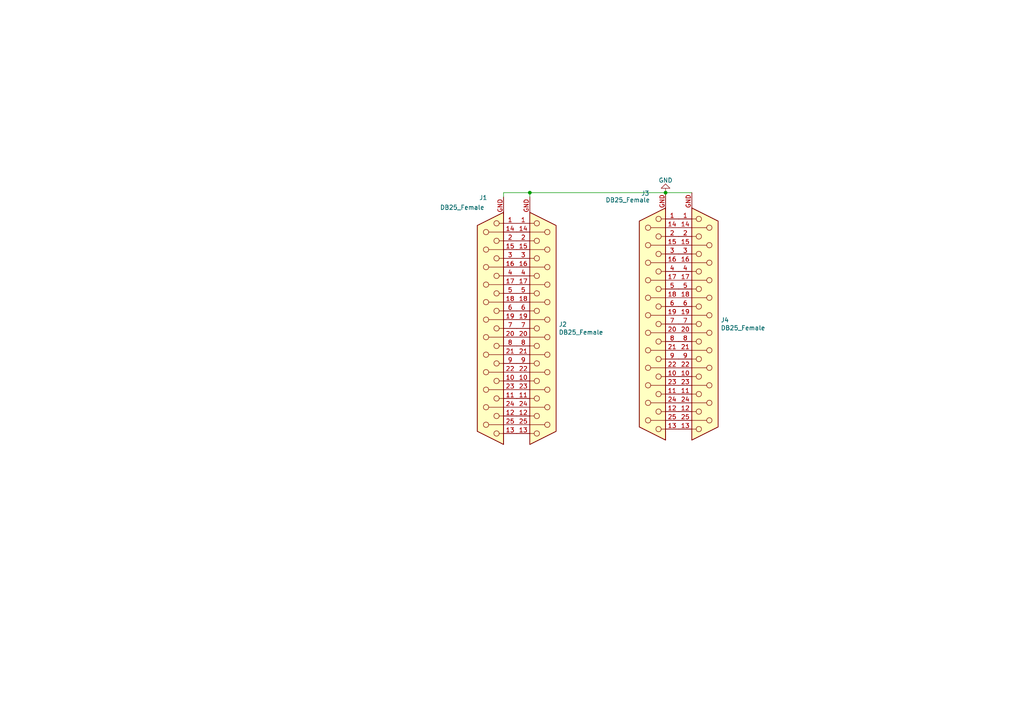
<source format=kicad_sch>
(kicad_sch (version 20211123) (generator eeschema)
  (paper "A4")
  (lib_symbols
    (symbol "Connector:DB25_Female" (pin_names (offset 1.016) hide)
      (property "Reference" "J4" (at 4.572 1.1684 0))
      (property "Value" "DB25_Female" (at 4.572 -1.143 0))
      (symbol "DB25_Female_0_1"
        (circle (center -1.778 -30.48) (radius 0.762))
        (circle (center -1.778 -25.4) (radius 0.762))
        (circle (center -1.778 -20.32) (radius 0.762))
        (circle (center -1.778 -15.24) (radius 0.762))
        (circle (center -1.778 -10.16) (radius 0.762))
        (circle (center -1.778 -5.08) (radius 0.762))
        (circle (center -1.778 0) (radius 0.762))
        (circle (center -1.778 5.08) (radius 0.762))
        (circle (center -1.778 10.16) (radius 0.762))
        (circle (center -1.778 15.24) (radius 0.762))
        (circle (center -1.778 20.32) (radius 0.762))
        (circle (center -1.778 25.4) (radius 0.762))
        (circle (center -1.778 30.48) (radius 0.762))
        (polyline (pts (xy -3.81 -30.48) (xy -2.54 -30.48)))
        (polyline (pts (xy -3.81 -27.94) (xy 0.508 -27.94)))
        (polyline (pts (xy -3.81 -25.4) (xy -2.54 -25.4)))
        (polyline (pts (xy -3.81 -22.86) (xy 0.508 -22.86)))
        (polyline (pts (xy -3.81 -20.32) (xy -2.54 -20.32)))
        (polyline (pts (xy -3.81 -17.78) (xy 0.508 -17.78)))
        (polyline (pts (xy -3.81 -15.24) (xy -2.54 -15.24)))
        (polyline (pts (xy -3.81 -12.7) (xy 0.508 -12.7)))
        (polyline (pts (xy -3.81 -10.16) (xy -2.54 -10.16)))
        (polyline (pts (xy -3.81 -7.62) (xy 0.508 -7.62)))
        (polyline (pts (xy -3.81 -5.08) (xy -2.54 -5.08)))
        (polyline (pts (xy -3.81 -2.54) (xy 0.508 -2.54)))
        (polyline (pts (xy -3.81 0) (xy -2.54 0)))
        (polyline (pts (xy -3.81 2.54) (xy 0.508 2.54)))
        (polyline (pts (xy -3.81 5.08) (xy -2.54 5.08)))
        (polyline (pts (xy -3.81 7.62) (xy 0.508 7.62)))
        (polyline (pts (xy -3.81 10.16) (xy -2.54 10.16)))
        (polyline (pts (xy -3.81 12.7) (xy 0.508 12.7)))
        (polyline (pts (xy -3.81 15.24) (xy -2.54 15.24)))
        (polyline (pts (xy -3.81 17.78) (xy 0.508 17.78)))
        (polyline (pts (xy -3.81 20.32) (xy -2.54 20.32)))
        (polyline (pts (xy -3.81 22.86) (xy 0.508 22.86)))
        (polyline (pts (xy -3.81 25.4) (xy -2.54 25.4)))
        (polyline (pts (xy -3.81 27.94) (xy 0.508 27.94)))
        (polyline (pts (xy -3.81 30.48) (xy -2.54 30.48)))
        (polyline (pts (xy -3.81 33.655) (xy 3.81 29.845) (xy 3.81 -29.845) (xy -3.81 -33.655) (xy -3.81 33.655)) (stroke (width 0.254)) (fill (type background)))
        (circle (center 1.27 -27.94) (radius 0.762))
        (circle (center 1.27 -22.86) (radius 0.762))
        (circle (center 1.27 -17.78) (radius 0.762))
        (circle (center 1.27 -12.7) (radius 0.762))
        (circle (center 1.27 -7.62) (radius 0.762))
        (circle (center 1.27 -2.54) (radius 0.762))
        (circle (center 1.27 2.54) (radius 0.762))
        (circle (center 1.27 7.62) (radius 0.762))
        (circle (center 1.27 12.7) (radius 0.762))
        (circle (center 1.27 17.78) (radius 0.762))
        (circle (center 1.27 22.86) (radius 0.762))
        (circle (center 1.27 27.94) (radius 0.762))
      )
      (symbol "DB25_Female_1_1"
        (pin passive line (at -7.62 30.48 0) (length 3.81) (name "1") (number "1"))
        (pin passive line (at -7.62 -15.24 0) (length 3.81) (name "10") (number "10"))
        (pin passive line (at -7.62 -20.32 0) (length 3.81) (name "11") (number "11"))
        (pin passive line (at -7.62 -25.4 0) (length 3.81) (name "12") (number "12"))
        (pin passive line (at -7.62 -30.48 0) (length 3.81) (name "13") (number "13"))
        (pin passive line (at -7.62 27.94 0) (length 3.81) (name "P14") (number "14"))
        (pin passive line (at -7.62 22.86 0) (length 3.81) (name "P15") (number "15"))
        (pin passive line (at -7.62 17.78 0) (length 3.81) (name "P16") (number "16"))
        (pin passive line (at -7.62 12.7 0) (length 3.81) (name "P17") (number "17"))
        (pin passive line (at -7.62 7.62 0) (length 3.81) (name "P18") (number "18"))
        (pin passive line (at -7.62 2.54 0) (length 3.81) (name "P19") (number "19"))
        (pin passive line (at -7.62 25.4 0) (length 3.81) (name "2") (number "2"))
        (pin passive line (at -7.62 -2.54 0) (length 3.81) (name "P20") (number "20"))
        (pin passive line (at -7.62 -7.62 0) (length 3.81) (name "P21") (number "21"))
        (pin passive line (at -7.62 -12.7 0) (length 3.81) (name "P22") (number "22"))
        (pin passive line (at -7.62 -17.78 0) (length 3.81) (name "P23") (number "23"))
        (pin passive line (at -7.62 -22.86 0) (length 3.81) (name "P24") (number "24"))
        (pin passive line (at -7.62 -27.94 0) (length 3.81) (name "P25") (number "25"))
        (pin passive line (at -7.62 20.32 0) (length 3.81) (name "3") (number "3"))
        (pin passive line (at -7.62 15.24 0) (length 3.81) (name "4") (number "4"))
        (pin passive line (at -7.62 10.16 0) (length 3.81) (name "5") (number "5"))
        (pin passive line (at -7.62 5.08 0) (length 3.81) (name "6") (number "6"))
        (pin passive line (at -7.62 0 0) (length 3.81) (name "7") (number "7"))
        (pin passive line (at -7.62 -5.08 0) (length 3.81) (name "8") (number "8"))
        (pin passive line (at -7.62 -10.16 0) (length 3.81) (name "9") (number "9"))
        (pin input line (at -3.81 38.1 270) (length 5) (name "GND") (number "GND"))
      )
    )
    (symbol "DB25_Female_1" (pin_names (offset 1.016) hide)
      (property "Reference" "J2" (at 4.572 1.1684 0))
      (property "Value" "DB25_Female" (at 4.572 -1.143 0))
      (symbol "DB25_Female_1_0_1"
        (circle (center -1.778 -30.48) (radius 0.762))
        (circle (center -1.778 -25.4) (radius 0.762))
        (circle (center -1.778 -20.32) (radius 0.762))
        (circle (center -1.778 -15.24) (radius 0.762))
        (circle (center -1.778 -10.16) (radius 0.762))
        (circle (center -1.778 -5.08) (radius 0.762))
        (circle (center -1.778 0) (radius 0.762))
        (circle (center -1.778 5.08) (radius 0.762))
        (circle (center -1.778 10.16) (radius 0.762))
        (circle (center -1.778 15.24) (radius 0.762))
        (circle (center -1.778 20.32) (radius 0.762))
        (circle (center -1.778 25.4) (radius 0.762))
        (circle (center -1.778 30.48) (radius 0.762))
        (polyline (pts (xy -3.81 -30.48) (xy -2.54 -30.48)))
        (polyline (pts (xy -3.81 -27.94) (xy 0.508 -27.94)))
        (polyline (pts (xy -3.81 -25.4) (xy -2.54 -25.4)))
        (polyline (pts (xy -3.81 -22.86) (xy 0.508 -22.86)))
        (polyline (pts (xy -3.81 -20.32) (xy -2.54 -20.32)))
        (polyline (pts (xy -3.81 -17.78) (xy 0.508 -17.78)))
        (polyline (pts (xy -3.81 -15.24) (xy -2.54 -15.24)))
        (polyline (pts (xy -3.81 -12.7) (xy 0.508 -12.7)))
        (polyline (pts (xy -3.81 -10.16) (xy -2.54 -10.16)))
        (polyline (pts (xy -3.81 -7.62) (xy 0.508 -7.62)))
        (polyline (pts (xy -3.81 -5.08) (xy -2.54 -5.08)))
        (polyline (pts (xy -3.81 -2.54) (xy 0.508 -2.54)))
        (polyline (pts (xy -3.81 0) (xy -2.54 0)))
        (polyline (pts (xy -3.81 2.54) (xy 0.508 2.54)))
        (polyline (pts (xy -3.81 5.08) (xy -2.54 5.08)))
        (polyline (pts (xy -3.81 7.62) (xy 0.508 7.62)))
        (polyline (pts (xy -3.81 10.16) (xy -2.54 10.16)))
        (polyline (pts (xy -3.81 12.7) (xy 0.508 12.7)))
        (polyline (pts (xy -3.81 15.24) (xy -2.54 15.24)))
        (polyline (pts (xy -3.81 17.78) (xy 0.508 17.78)))
        (polyline (pts (xy -3.81 20.32) (xy -2.54 20.32)))
        (polyline (pts (xy -3.81 22.86) (xy 0.508 22.86)))
        (polyline (pts (xy -3.81 25.4) (xy -2.54 25.4)))
        (polyline (pts (xy -3.81 27.94) (xy 0.508 27.94)))
        (polyline (pts (xy -3.81 30.48) (xy -2.54 30.48)))
        (polyline (pts (xy -3.81 33.655) (xy 3.81 29.845) (xy 3.81 -29.845) (xy -3.81 -33.655) (xy -3.81 33.655)) (stroke (width 0.254)) (fill (type background)))
        (circle (center 1.27 -27.94) (radius 0.762))
        (circle (center 1.27 -22.86) (radius 0.762))
        (circle (center 1.27 -17.78) (radius 0.762))
        (circle (center 1.27 -12.7) (radius 0.762))
        (circle (center 1.27 -7.62) (radius 0.762))
        (circle (center 1.27 -2.54) (radius 0.762))
        (circle (center 1.27 2.54) (radius 0.762))
        (circle (center 1.27 7.62) (radius 0.762))
        (circle (center 1.27 12.7) (radius 0.762))
        (circle (center 1.27 17.78) (radius 0.762))
        (circle (center 1.27 22.86) (radius 0.762))
        (circle (center 1.27 27.94) (radius 0.762))
      )
      (symbol "DB25_Female_1_1_1"
        (pin passive line (at -7.62 30.48 0) (length 3.81) (name "1") (number "1"))
        (pin passive line (at -7.62 -15.24 0) (length 3.81) (name "10") (number "10"))
        (pin passive line (at -7.62 -20.32 0) (length 3.81) (name "11") (number "11"))
        (pin passive line (at -7.62 -25.4 0) (length 3.81) (name "12") (number "12"))
        (pin passive line (at -7.62 -30.48 0) (length 3.81) (name "13") (number "13"))
        (pin passive line (at -7.62 27.94 0) (length 3.81) (name "P14") (number "14"))
        (pin passive line (at -7.62 22.86 0) (length 3.81) (name "P15") (number "15"))
        (pin passive line (at -7.62 17.78 0) (length 3.81) (name "P16") (number "16"))
        (pin passive line (at -7.62 12.7 0) (length 3.81) (name "P17") (number "17"))
        (pin passive line (at -7.62 7.62 0) (length 3.81) (name "P18") (number "18"))
        (pin passive line (at -7.62 2.54 0) (length 3.81) (name "P19") (number "19"))
        (pin passive line (at -7.62 25.4 0) (length 3.81) (name "2") (number "2"))
        (pin passive line (at -7.62 -2.54 0) (length 3.81) (name "P20") (number "20"))
        (pin passive line (at -7.62 -7.62 0) (length 3.81) (name "P21") (number "21"))
        (pin passive line (at -7.62 -12.7 0) (length 3.81) (name "P22") (number "22"))
        (pin passive line (at -7.62 -17.78 0) (length 3.81) (name "P23") (number "23"))
        (pin passive line (at -7.62 -22.86 0) (length 3.81) (name "P24") (number "24"))
        (pin passive line (at -7.62 -27.94 0) (length 3.81) (name "P25") (number "25"))
        (pin passive line (at -7.62 20.32 0) (length 3.81) (name "3") (number "3"))
        (pin passive line (at -7.62 15.24 0) (length 3.81) (name "4") (number "4"))
        (pin passive line (at -7.62 10.16 0) (length 3.81) (name "5") (number "5"))
        (pin passive line (at -7.62 5.08 0) (length 3.81) (name "6") (number "6"))
        (pin passive line (at -7.62 0 0) (length 3.81) (name "7") (number "7"))
        (pin passive line (at -7.62 -5.08 0) (length 3.81) (name "8") (number "8"))
        (pin passive line (at -7.62 -10.16 0) (length 3.81) (name "9") (number "9"))
        (pin input line (at -3.81 38.1 270) (length 5) (name "GND") (number "GND"))
      )
    )
    (symbol "DB25_Female_2" (pin_names (offset 1.016) hide)
      (property "Reference" "J1" (at 2.0828 37.8968 0))
      (property "Value" "DB25_Female_2" (at 2.0828 35.5854 0))
      (symbol "DB25_Female_2_0_1"
        (circle (center -1.778 -30.48) (radius 0.762))
        (circle (center -1.778 -25.4) (radius 0.762))
        (circle (center -1.778 -20.32) (radius 0.762))
        (circle (center -1.778 -15.24) (radius 0.762))
        (circle (center -1.778 -10.16) (radius 0.762))
        (circle (center -1.778 -5.08) (radius 0.762))
        (circle (center -1.778 0) (radius 0.762))
        (circle (center -1.778 5.08) (radius 0.762))
        (circle (center -1.778 10.16) (radius 0.762))
        (circle (center -1.778 15.24) (radius 0.762))
        (circle (center -1.778 20.32) (radius 0.762))
        (circle (center -1.778 25.4) (radius 0.762))
        (circle (center -1.778 30.48) (radius 0.762))
        (polyline (pts (xy -3.81 -30.48) (xy -2.54 -30.48)))
        (polyline (pts (xy -3.81 -27.94) (xy 0.508 -27.94)))
        (polyline (pts (xy -3.81 -25.4) (xy -2.54 -25.4)))
        (polyline (pts (xy -3.81 -22.86) (xy 0.508 -22.86)))
        (polyline (pts (xy -3.81 -20.32) (xy -2.54 -20.32)))
        (polyline (pts (xy -3.81 -17.78) (xy 0.508 -17.78)))
        (polyline (pts (xy -3.81 -15.24) (xy -2.54 -15.24)))
        (polyline (pts (xy -3.81 -12.7) (xy 0.508 -12.7)))
        (polyline (pts (xy -3.81 -10.16) (xy -2.54 -10.16)))
        (polyline (pts (xy -3.81 -7.62) (xy 0.508 -7.62)))
        (polyline (pts (xy -3.81 -5.08) (xy -2.54 -5.08)))
        (polyline (pts (xy -3.81 -2.54) (xy 0.508 -2.54)))
        (polyline (pts (xy -3.81 0) (xy -2.54 0)))
        (polyline (pts (xy -3.81 2.54) (xy 0.508 2.54)))
        (polyline (pts (xy -3.81 5.08) (xy -2.54 5.08)))
        (polyline (pts (xy -3.81 7.62) (xy 0.508 7.62)))
        (polyline (pts (xy -3.81 10.16) (xy -2.54 10.16)))
        (polyline (pts (xy -3.81 12.7) (xy 0.508 12.7)))
        (polyline (pts (xy -3.81 15.24) (xy -2.54 15.24)))
        (polyline (pts (xy -3.81 17.78) (xy 0.508 17.78)))
        (polyline (pts (xy -3.81 20.32) (xy -2.54 20.32)))
        (polyline (pts (xy -3.81 22.86) (xy 0.508 22.86)))
        (polyline (pts (xy -3.81 25.4) (xy -2.54 25.4)))
        (polyline (pts (xy -3.81 27.94) (xy 0.508 27.94)))
        (polyline (pts (xy -3.81 30.48) (xy -2.54 30.48)))
        (polyline (pts (xy -3.81 33.655) (xy 3.81 29.845) (xy 3.81 -29.845) (xy -3.81 -33.655) (xy -3.81 33.655)) (stroke (width 0.254)) (fill (type background)))
        (circle (center 1.27 -27.94) (radius 0.762))
        (circle (center 1.27 -22.86) (radius 0.762))
        (circle (center 1.27 -17.78) (radius 0.762))
        (circle (center 1.27 -12.7) (radius 0.762))
        (circle (center 1.27 -7.62) (radius 0.762))
        (circle (center 1.27 -2.54) (radius 0.762))
        (circle (center 1.27 2.54) (radius 0.762))
        (circle (center 1.27 7.62) (radius 0.762))
        (circle (center 1.27 12.7) (radius 0.762))
        (circle (center 1.27 17.78) (radius 0.762))
        (circle (center 1.27 22.86) (radius 0.762))
        (circle (center 1.27 27.94) (radius 0.762))
      )
      (symbol "DB25_Female_2_1_1"
        (pin passive line (at -7.62 30.48 0) (length 3.81) (name "1") (number "1"))
        (pin passive line (at -7.62 -15.24 0) (length 3.81) (name "10") (number "10"))
        (pin passive line (at -7.62 -20.32 0) (length 3.81) (name "11") (number "11"))
        (pin passive line (at -7.62 -25.4 0) (length 3.81) (name "12") (number "12"))
        (pin passive line (at -7.62 -30.48 0) (length 3.81) (name "13") (number "13"))
        (pin passive line (at -7.62 27.94 0) (length 3.81) (name "P14") (number "14"))
        (pin passive line (at -7.62 22.86 0) (length 3.81) (name "P15") (number "15"))
        (pin passive line (at -7.62 17.78 0) (length 3.81) (name "P16") (number "16"))
        (pin passive line (at -7.62 12.7 0) (length 3.81) (name "P17") (number "17"))
        (pin passive line (at -7.62 7.62 0) (length 3.81) (name "P18") (number "18"))
        (pin passive line (at -7.62 2.54 0) (length 3.81) (name "P19") (number "19"))
        (pin passive line (at -7.62 25.4 0) (length 3.81) (name "2") (number "2"))
        (pin passive line (at -7.62 -2.54 0) (length 3.81) (name "P20") (number "20"))
        (pin passive line (at -7.62 -7.62 0) (length 3.81) (name "P21") (number "21"))
        (pin passive line (at -7.62 -12.7 0) (length 3.81) (name "P22") (number "22"))
        (pin passive line (at -7.62 -17.78 0) (length 3.81) (name "P23") (number "23"))
        (pin passive line (at -7.62 -22.86 0) (length 3.81) (name "P24") (number "24"))
        (pin passive line (at -7.62 -27.94 0) (length 3.81) (name "P25") (number "25"))
        (pin passive line (at -7.62 20.32 0) (length 3.81) (name "3") (number "3"))
        (pin passive line (at -7.62 15.24 0) (length 3.81) (name "4") (number "4"))
        (pin passive line (at -7.62 10.16 0) (length 3.81) (name "5") (number "5"))
        (pin passive line (at -7.62 5.08 0) (length 3.81) (name "6") (number "6"))
        (pin passive line (at -7.62 0 0) (length 3.81) (name "7") (number "7"))
        (pin passive line (at -7.62 -5.08 0) (length 3.81) (name "8") (number "8"))
        (pin passive line (at -7.62 -10.16 0) (length 3.81) (name "9") (number "9"))
        (pin input line (at -3.81 38.1 270) (length 5) (name "GND") (number "GND"))
      )
    )
    (symbol "DB25_Female_3" (pin_names (offset 1.016) hide)
      (property "Reference" "J3" (at 2.0828 37.8968 0))
      (property "Value" "DB25_Female_3" (at 3.9878 36.2204 0))
      (symbol "DB25_Female_3_0_1"
        (circle (center -1.778 -30.48) (radius 0.762))
        (circle (center -1.778 -25.4) (radius 0.762))
        (circle (center -1.778 -20.32) (radius 0.762))
        (circle (center -1.778 -15.24) (radius 0.762))
        (circle (center -1.778 -10.16) (radius 0.762))
        (circle (center -1.778 -5.08) (radius 0.762))
        (circle (center -1.778 0) (radius 0.762))
        (circle (center -1.778 5.08) (radius 0.762))
        (circle (center -1.778 10.16) (radius 0.762))
        (circle (center -1.778 15.24) (radius 0.762))
        (circle (center -1.778 20.32) (radius 0.762))
        (circle (center -1.778 25.4) (radius 0.762))
        (circle (center -1.778 30.48) (radius 0.762))
        (polyline (pts (xy -3.81 -30.48) (xy -2.54 -30.48)))
        (polyline (pts (xy -3.81 -27.94) (xy 0.508 -27.94)))
        (polyline (pts (xy -3.81 -25.4) (xy -2.54 -25.4)))
        (polyline (pts (xy -3.81 -22.86) (xy 0.508 -22.86)))
        (polyline (pts (xy -3.81 -20.32) (xy -2.54 -20.32)))
        (polyline (pts (xy -3.81 -17.78) (xy 0.508 -17.78)))
        (polyline (pts (xy -3.81 -15.24) (xy -2.54 -15.24)))
        (polyline (pts (xy -3.81 -12.7) (xy 0.508 -12.7)))
        (polyline (pts (xy -3.81 -10.16) (xy -2.54 -10.16)))
        (polyline (pts (xy -3.81 -7.62) (xy 0.508 -7.62)))
        (polyline (pts (xy -3.81 -5.08) (xy -2.54 -5.08)))
        (polyline (pts (xy -3.81 -2.54) (xy 0.508 -2.54)))
        (polyline (pts (xy -3.81 0) (xy -2.54 0)))
        (polyline (pts (xy -3.81 2.54) (xy 0.508 2.54)))
        (polyline (pts (xy -3.81 5.08) (xy -2.54 5.08)))
        (polyline (pts (xy -3.81 7.62) (xy 0.508 7.62)))
        (polyline (pts (xy -3.81 10.16) (xy -2.54 10.16)))
        (polyline (pts (xy -3.81 12.7) (xy 0.508 12.7)))
        (polyline (pts (xy -3.81 15.24) (xy -2.54 15.24)))
        (polyline (pts (xy -3.81 17.78) (xy 0.508 17.78)))
        (polyline (pts (xy -3.81 20.32) (xy -2.54 20.32)))
        (polyline (pts (xy -3.81 22.86) (xy 0.508 22.86)))
        (polyline (pts (xy -3.81 25.4) (xy -2.54 25.4)))
        (polyline (pts (xy -3.81 27.94) (xy 0.508 27.94)))
        (polyline (pts (xy -3.81 30.48) (xy -2.54 30.48)))
        (polyline (pts (xy -3.81 33.655) (xy 3.81 29.845) (xy 3.81 -29.845) (xy -3.81 -33.655) (xy -3.81 33.655)) (stroke (width 0.254)) (fill (type background)))
        (circle (center 1.27 -27.94) (radius 0.762))
        (circle (center 1.27 -22.86) (radius 0.762))
        (circle (center 1.27 -17.78) (radius 0.762))
        (circle (center 1.27 -12.7) (radius 0.762))
        (circle (center 1.27 -7.62) (radius 0.762))
        (circle (center 1.27 -2.54) (radius 0.762))
        (circle (center 1.27 2.54) (radius 0.762))
        (circle (center 1.27 7.62) (radius 0.762))
        (circle (center 1.27 12.7) (radius 0.762))
        (circle (center 1.27 17.78) (radius 0.762))
        (circle (center 1.27 22.86) (radius 0.762))
        (circle (center 1.27 27.94) (radius 0.762))
      )
      (symbol "DB25_Female_3_1_1"
        (pin passive line (at -7.62 30.48 0) (length 3.81) (name "1") (number "1"))
        (pin passive line (at -7.62 -15.24 0) (length 3.81) (name "10") (number "10"))
        (pin passive line (at -7.62 -20.32 0) (length 3.81) (name "11") (number "11"))
        (pin passive line (at -7.62 -25.4 0) (length 3.81) (name "12") (number "12"))
        (pin passive line (at -7.62 -30.48 0) (length 3.81) (name "13") (number "13"))
        (pin passive line (at -7.62 27.94 0) (length 3.81) (name "P14") (number "14"))
        (pin passive line (at -7.62 22.86 0) (length 3.81) (name "P15") (number "15"))
        (pin passive line (at -7.62 17.78 0) (length 3.81) (name "P16") (number "16"))
        (pin passive line (at -7.62 12.7 0) (length 3.81) (name "P17") (number "17"))
        (pin passive line (at -7.62 7.62 0) (length 3.81) (name "P18") (number "18"))
        (pin passive line (at -7.62 2.54 0) (length 3.81) (name "P19") (number "19"))
        (pin passive line (at -7.62 25.4 0) (length 3.81) (name "2") (number "2"))
        (pin passive line (at -7.62 -2.54 0) (length 3.81) (name "P20") (number "20"))
        (pin passive line (at -7.62 -7.62 0) (length 3.81) (name "P21") (number "21"))
        (pin passive line (at -7.62 -12.7 0) (length 3.81) (name "P22") (number "22"))
        (pin passive line (at -7.62 -17.78 0) (length 3.81) (name "P23") (number "23"))
        (pin passive line (at -7.62 -22.86 0) (length 3.81) (name "P24") (number "24"))
        (pin passive line (at -7.62 -27.94 0) (length 3.81) (name "P25") (number "25"))
        (pin passive line (at -7.62 20.32 0) (length 3.81) (name "3") (number "3"))
        (pin passive line (at -7.62 15.24 0) (length 3.81) (name "4") (number "4"))
        (pin passive line (at -7.62 10.16 0) (length 3.81) (name "5") (number "5"))
        (pin passive line (at -7.62 5.08 0) (length 3.81) (name "6") (number "6"))
        (pin passive line (at -7.62 0 0) (length 3.81) (name "7") (number "7"))
        (pin passive line (at -7.62 -5.08 0) (length 3.81) (name "8") (number "8"))
        (pin passive line (at -7.62 -10.16 0) (length 3.81) (name "9") (number "9"))
        (pin input line (at -3.81 38.1 270) (length 5) (name "GND") (number "GND"))
      )
    )
    (symbol "power:GND" (power) (pin_names (offset 0))
      (property "Value" "GND" (at 0 -3.81 0))
      (symbol "GND_0_1"
        (polyline (pts (xy 0 0) (xy 0 -1.27) (xy 1.27 -1.27) (xy 0 -2.54) (xy -1.27 -1.27) (xy 0 -1.27)))
      )
      (symbol "GND_1_1"
        (pin power_in line (at 0 0 270) (length 0) hide (name "GND") (number "1"))
      )
    )
  )
  (junction (at 153.67 55.88))
  (junction (at 193.04 55.88))
  (wire (pts (xy 153.67 55.88) (xy 153.67 57.15)))
  (wire (pts (xy 146.05 55.88) (xy 146.05 57.15)))
  (wire (pts (xy 193.04 55.88) (xy 153.67 55.88)))
  (wire (pts (xy 153.67 55.88) (xy 146.05 55.88)))
  (wire (pts (xy 193.04 55.88) (xy 200.66 55.88)))
  (symbol (lib_name "DB25_Female_1") (lib_id "Connector:DB25_Female") (at 157.48 95.25 0) (unit 1)
    (property "Reference" "J2" (at 162.052 94.0816 0) (effects (justify left)))
    (property "Value" "DB25_Female" (at 162.052 96.393 0) (effects (justify left)))
    (property "Footprint" "0_Double_MicroD_25_Gateway:Norcomp-380-025-113L001-microd_Updated" (effects hide))
    (property "Datasheet" " ~" (effects hide))
  )
  (symbol (lib_name "DB25_Female_2") (lib_id "Connector:DB25_Female") (at 142.24 95.25 0) (mirror y) (unit 1)
    (property "Reference" "J1" (at 140.1572 57.3532 0))
    (property "Value" "DB25_Female" (at 134.0612 60.1726 0))
    (property "Footprint" "0_Double_MicroD_25_Gateway:Norcomp-380-025-113L001-microd_Updated" (effects hide))
    (property "Datasheet" " ~" (effects hide))
  )
  (symbol (lib_id "Connector:DB25_Female") (at 204.47 93.98 0) (unit 1)
    (property "Reference" "J4" (at 209.042 92.8116 0) (effects (justify left)))
    (property "Value" "DB25_Female" (at 209.042 95.123 0) (effects (justify left)))
    (property "Footprint" "0_Double_MicroD_25_Gateway:Norcomp-380-025-113L001-microd_Updated" (effects hide))
    (property "Datasheet" " ~" (effects hide))
  )
  (symbol (lib_name "DB25_Female_3") (lib_id "Connector:DB25_Female") (at 189.23 93.98 0) (mirror y) (unit 1)
    (property "Reference" "J3" (at 187.1472 56.0832 0))
    (property "Value" "DB25_Female" (at 182.0672 58.0136 0))
    (property "Footprint" "0_Double_MicroD_25_Gateway:Norcomp-380-025-113L001-microd_Updated" (effects hide))
    (property "Datasheet" " ~" (effects hide))
  )
  (symbol (lib_id "power:GND") (at 193.04 55.88 180) (unit 1)
    (property "Reference" "#PWR01" (effects hide))
    (property "Value" "GND" (at 193.04 52.3042 0))
  )
)
</source>
